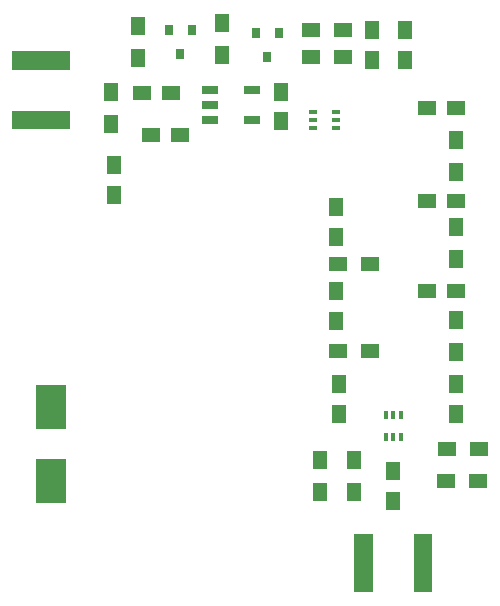
<source format=gtp>
G04 #@! TF.FileFunction,Paste,Top*
%FSLAX46Y46*%
G04 Gerber Fmt 4.6, Leading zero omitted, Abs format (unit mm)*
G04 Created by KiCad (PCBNEW 4.0.7-e2-6376~61~ubuntu18.04.1) date Tue Nov  6 15:25:27 2018*
%MOMM*%
%LPD*%
G01*
G04 APERTURE LIST*
%ADD10C,0.200000*%
%ADD11R,1.500000X1.250000*%
%ADD12R,1.250000X1.500000*%
%ADD13R,2.500000X3.750000*%
%ADD14R,1.500000X1.300000*%
%ADD15R,0.750000X0.400000*%
%ADD16R,0.400000X0.750000*%
%ADD17R,1.300000X1.500000*%
%ADD18R,1.400000X0.760000*%
%ADD19R,0.800000X0.900000*%
%ADD20R,4.900000X1.600000*%
%ADD21R,1.600000X4.900000*%
G04 APERTURE END LIST*
D10*
D11*
X66782000Y-36068000D03*
X64282000Y-36068000D03*
D12*
X66802000Y-61956000D03*
X66802000Y-59456000D03*
D11*
X64282000Y-43942000D03*
X66782000Y-43942000D03*
X64282000Y-51562000D03*
X66782000Y-51562000D03*
X42652000Y-34798000D03*
X40152000Y-34798000D03*
D12*
X51943000Y-37191000D03*
X51943000Y-34691000D03*
X61468000Y-69322000D03*
X61468000Y-66822000D03*
X56642000Y-46970000D03*
X56642000Y-44470000D03*
X56642000Y-54082000D03*
X56642000Y-51582000D03*
X56896000Y-61956000D03*
X56896000Y-59456000D03*
D11*
X40914000Y-38354000D03*
X43414000Y-38354000D03*
D13*
X32512000Y-61391000D03*
X32512000Y-67641000D03*
D12*
X37846000Y-43414000D03*
X37846000Y-40914000D03*
X62484000Y-31984000D03*
X62484000Y-29484000D03*
X59690000Y-31984000D03*
X59690000Y-29484000D03*
D14*
X66023500Y-64960500D03*
X68723500Y-64960500D03*
D15*
X54676000Y-37084000D03*
X56576000Y-37734000D03*
X56576000Y-36434000D03*
X56576000Y-37084000D03*
X54676000Y-36434000D03*
X54676000Y-37734000D03*
D16*
X61468000Y-63942000D03*
X62118000Y-62042000D03*
X60818000Y-62042000D03*
X61468000Y-62042000D03*
X60818000Y-63942000D03*
X62118000Y-63942000D03*
D17*
X66802000Y-41482000D03*
X66802000Y-38782000D03*
X66802000Y-48848000D03*
X66802000Y-46148000D03*
X66802000Y-56722000D03*
X66802000Y-54022000D03*
X37592000Y-34718000D03*
X37592000Y-37418000D03*
D14*
X59516000Y-49276000D03*
X56816000Y-49276000D03*
X59516000Y-56642000D03*
X56816000Y-56642000D03*
X54530000Y-29464000D03*
X57230000Y-29464000D03*
X54530000Y-31750000D03*
X57230000Y-31750000D03*
D17*
X39878000Y-29130000D03*
X39878000Y-31830000D03*
D14*
X68660000Y-67627500D03*
X65960000Y-67627500D03*
D17*
X46990000Y-31576000D03*
X46990000Y-28876000D03*
D18*
X45974000Y-34544000D03*
X45974000Y-35814000D03*
X45974000Y-37084000D03*
X49530000Y-37084000D03*
X49530000Y-34544000D03*
D19*
X44384000Y-29480000D03*
X42484000Y-29480000D03*
X43434000Y-31480000D03*
X51750000Y-29734000D03*
X49850000Y-29734000D03*
X50800000Y-31734000D03*
D17*
X55245000Y-65833000D03*
X55245000Y-68533000D03*
D20*
X31623000Y-32064000D03*
X31623000Y-32004000D03*
X31623000Y-37084000D03*
D21*
X58988000Y-74549000D03*
X58928000Y-74549000D03*
X64008000Y-74549000D03*
D17*
X58166000Y-68533000D03*
X58166000Y-65833000D03*
M02*

</source>
